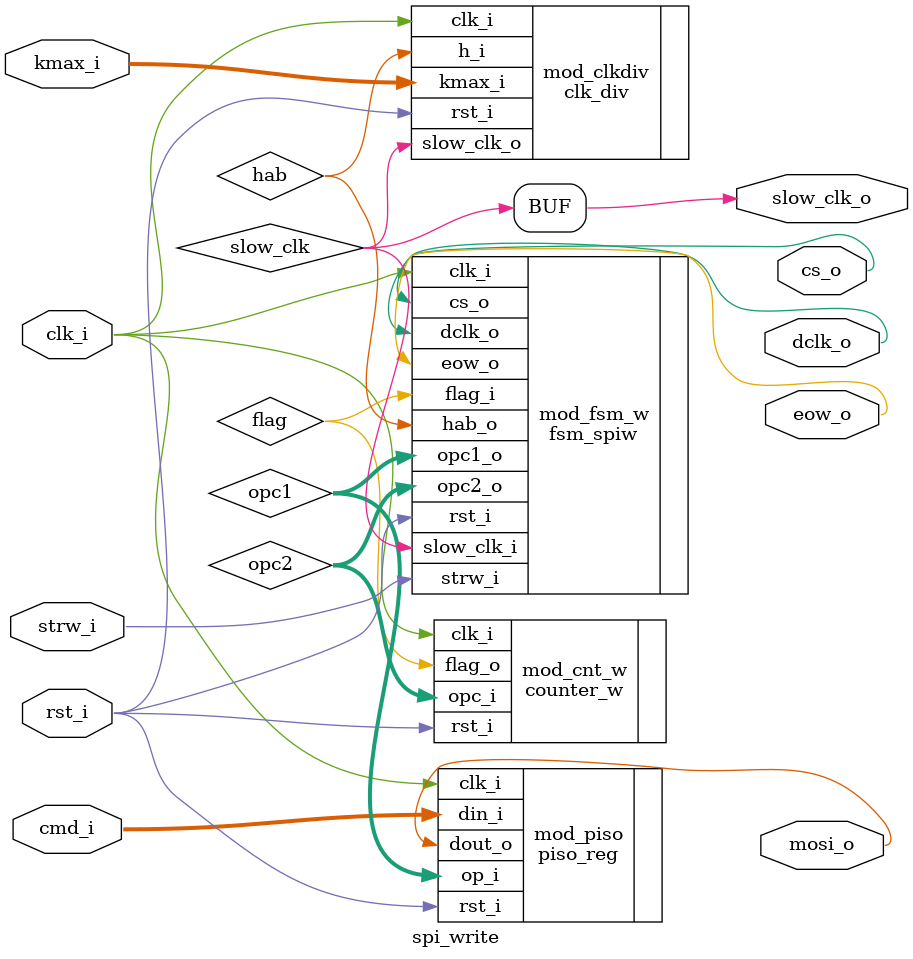
<source format=v>

module spi_write (
  input        clk_i,
  input        rst_i,
  input        strw_i,
  input  [7:0] cmd_i,
  input  [7:0] kmax_i,
  output       mosi_o,
  output       dclk_o,
  output       cs_o,
  output       eow_o,
  output       slow_clk_o
);

  wire [1:0] opc1, opc2;
  wire slow_clk, flag, hab;
  
  //localparam cmd_i = 8'b10010111;
  
  piso_reg   #(.Width(8))  mod_piso    (.rst_i(rst_i), .clk_i(clk_i), .din_i(cmd_i), .op_i(opc1), .dout_o(mosi_o));
  counter_w  #(.Width(5))  mod_cnt_w   (.rst_i(rst_i), .clk_i(clk_i), .opc_i(opc2), .flag_o(flag));
  clk_div    #(.Width(8))  mod_clkdiv  (.rst_i(rst_i), .clk_i(clk_i), .h_i(hab), .kmax_i(kmax_i), .slow_clk_o(slow_clk));
  
  fsm_spiw  mod_fsm_w (      
    .rst_i(rst_i), 
    .clk_i(clk_i),
    .strw_i(strw_i), 
    .slow_clk_i(slow_clk), 
    .flag_i(flag), 
    .opc1_o(opc1), 
    .opc2_o(opc2), 
    .cs_o(cs_o), 
    .dclk_o(dclk_o), 
    .hab_o(hab), 
    .eow_o(eow_o)
  );

  assign slow_clk_o = slow_clk;

endmodule
</source>
